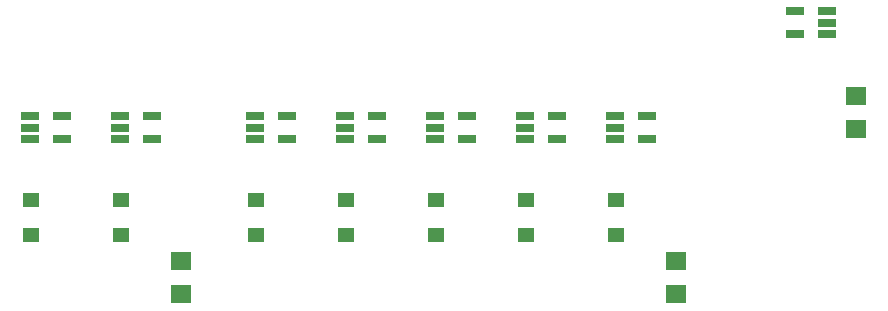
<source format=gbr>
%TF.GenerationSoftware,KiCad,Pcbnew,5.1.10*%
%TF.CreationDate,2021-08-10T02:55:14-04:00*%
%TF.ProjectId,KSG Display Board,4b534720-4469-4737-906c-617920426f61,rev?*%
%TF.SameCoordinates,Original*%
%TF.FileFunction,Paste,Top*%
%TF.FilePolarity,Positive*%
%FSLAX46Y46*%
G04 Gerber Fmt 4.6, Leading zero omitted, Abs format (unit mm)*
G04 Created by KiCad (PCBNEW 5.1.10) date 2021-08-10 02:55:14*
%MOMM*%
%LPD*%
G01*
G04 APERTURE LIST*
%ADD10R,1.798320X1.597660*%
%ADD11R,1.399540X1.198880*%
%ADD12R,1.560000X0.650000*%
G04 APERTURE END LIST*
D10*
%TO.C,R3*%
X176530000Y-121790460D03*
X176530000Y-124589540D03*
%TD*%
%TO.C,R2*%
X161290000Y-138559540D03*
X161290000Y-135760460D03*
%TD*%
%TO.C,R1*%
X119380000Y-138559540D03*
X119380000Y-135760460D03*
%TD*%
D11*
%TO.C,D2*%
X114300000Y-133578600D03*
X114300000Y-130581400D03*
%TD*%
%TO.C,D1*%
X106680000Y-133578600D03*
X106680000Y-130581400D03*
%TD*%
D12*
%TO.C,U2*%
X116920000Y-123510000D03*
X116920000Y-125410000D03*
X114220000Y-125410000D03*
X114220000Y-124460000D03*
X114220000Y-123510000D03*
%TD*%
%TO.C,U1*%
X109300000Y-123510000D03*
X109300000Y-125410000D03*
X106600000Y-125410000D03*
X106600000Y-124460000D03*
X106600000Y-123510000D03*
%TD*%
%TO.C,U9*%
X171370000Y-116520000D03*
X171370000Y-114620000D03*
X174070000Y-114620000D03*
X174070000Y-115570000D03*
X174070000Y-116520000D03*
%TD*%
%TO.C,U8*%
X158830000Y-123510000D03*
X158830000Y-125410000D03*
X156130000Y-125410000D03*
X156130000Y-124460000D03*
X156130000Y-123510000D03*
%TD*%
%TO.C,U7*%
X151210000Y-123510000D03*
X151210000Y-125410000D03*
X148510000Y-125410000D03*
X148510000Y-124460000D03*
X148510000Y-123510000D03*
%TD*%
%TO.C,U6*%
X143590000Y-123510000D03*
X143590000Y-125410000D03*
X140890000Y-125410000D03*
X140890000Y-124460000D03*
X140890000Y-123510000D03*
%TD*%
%TO.C,U5*%
X135970000Y-123510000D03*
X135970000Y-125410000D03*
X133270000Y-125410000D03*
X133270000Y-124460000D03*
X133270000Y-123510000D03*
%TD*%
%TO.C,U4*%
X128350000Y-123510000D03*
X128350000Y-125410000D03*
X125650000Y-125410000D03*
X125650000Y-124460000D03*
X125650000Y-123510000D03*
%TD*%
D11*
%TO.C,D7*%
X156210000Y-133578600D03*
X156210000Y-130581400D03*
%TD*%
%TO.C,D6*%
X148590000Y-133578600D03*
X148590000Y-130581400D03*
%TD*%
%TO.C,D5*%
X140970000Y-133578600D03*
X140970000Y-130581400D03*
%TD*%
%TO.C,D4*%
X133350000Y-133578600D03*
X133350000Y-130581400D03*
%TD*%
%TO.C,D3*%
X125730000Y-133578600D03*
X125730000Y-130581400D03*
%TD*%
M02*

</source>
